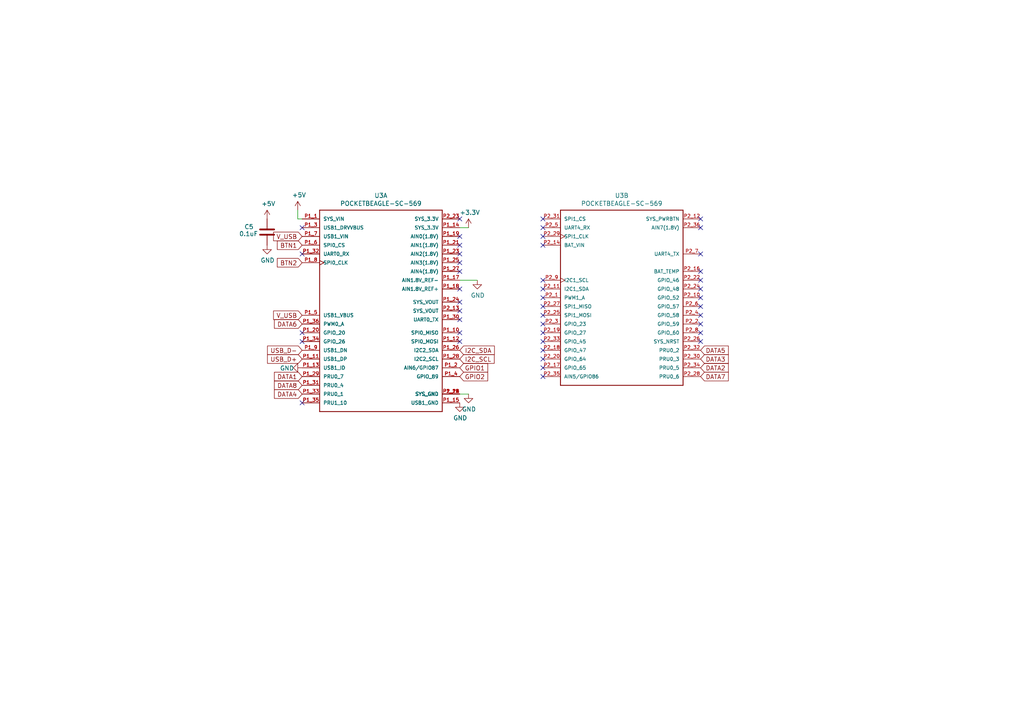
<source format=kicad_sch>
(kicad_sch (version 20230121) (generator eeschema)
  (paper "A4")
  (title_block (title "PB 8 DMX") (date "2023-09-24") (rev "v1") (company "Scott Hanson"))
  (lib_symbols
    (symbol "Device:C" (pin_numbers hide) (pin_names (offset 0.254))
      (property "Reference" "C" (at 0.635 2.54 0))
      (property "Value" "C" (at 0.635 -2.54 0))
      (symbol "C_0_1"
        (polyline (pts (xy -2.032 -0.762) (xy 2.032 -0.762)) (stroke (width 0.508)))
        (polyline (pts (xy -2.032 0.762) (xy 2.032 0.762)) (stroke (width 0.508)))
      )
      (symbol "C_1_1"
        (pin passive line (at 0 3.81 270) (length 2.794) (name "~") (number "1"))
        (pin passive line (at 0 -3.81 90) (length 2.794) (name "~") (number "2"))
      )
    )
    (symbol "POCKETBEAGLE-SC-569_1" (pin_names (offset 1.016))
      (property "Reference" "U1" (at 0 32.1818 0))
      (property "Value" "POCKETBEAGLE-SC-569_1" (at 0 29.8704 0))
      (symbol "POCKETBEAGLE-SC-569_1_1_0"
        (polyline (pts (xy -17.78 -30.48) (xy 17.78 -30.48)) (stroke (width 0.254)))
        (polyline (pts (xy -17.78 27.94) (xy -17.78 -30.48)) (stroke (width 0.254)))
        (polyline (pts (xy 17.78 -30.48) (xy 17.78 27.94)) (stroke (width 0.254)))
        (polyline (pts (xy 17.78 27.94) (xy -17.78 27.94)) (stroke (width 0.254)))
        (pin input line (at -22.86 25.4 0) (length 5.08) (name "SYS_VIN") (number "P1_1"))
        (pin bidirectional line (at 22.86 -7.62 180) (length 5.08) (name "SPI0_MISO") (number "P1_10"))
        (pin bidirectional line (at -22.86 -15.24 0) (length 5.08) (name "USB1_DP") (number "P1_11"))
        (pin bidirectional line (at 22.86 -10.16 180) (length 5.08) (name "SPI0_MOSI") (number "P1_12"))
        (pin bidirectional line (at -22.86 -17.78 0) (length 5.08) (name "USB1_ID") (number "P1_13"))
        (pin power_out line (at 22.86 22.86 180) (length 5.08) (name "SYS_3.3V") (number "P1_14"))
        (pin power_in line (at 22.86 -27.94 180) (length 5.08) (name "USB1_GND") (number "P1_15"))
        (pin power_in line (at 22.86 -25.4 180) (length 5.08) (name "SYS_GND") (number "P1_16"))
        (pin power_in line (at 22.86 7.62 180) (length 5.08) (name "AIN1.8V_REF-") (number "P1_17"))
        (pin power_in line (at 22.86 5.08 180) (length 5.08) (name "AIN1.8V_REF+") (number "P1_18"))
        (pin power_in line (at 22.86 20.32 180) (length 5.08) (name "AIN0(1.8V)") (number "P1_19"))
        (pin bidirectional line (at 22.86 -17.78 180) (length 5.08) (name "AIN6/GPIO87") (number "P1_2"))
        (pin bidirectional line (at -22.86 -7.62 0) (length 5.08) (name "GPIO_20") (number "P1_20"))
        (pin power_in line (at 22.86 17.78 180) (length 5.08) (name "AIN1(1.8V)") (number "P1_21"))
        (pin power_in line (at 22.86 -25.4 180) (length 5.08) (name "SYS_GND") (number "P1_22"))
        (pin power_in line (at 22.86 15.24 180) (length 5.08) (name "AIN2(1.8V)") (number "P1_23"))
        (pin output line (at 22.86 1.27 180) (length 5.08) (name "SYS_VOUT") (number "P1_24"))
        (pin power_in line (at 22.86 12.7 180) (length 5.08) (name "AIN3(1.8V)") (number "P1_25"))
        (pin bidirectional line (at 22.86 -12.7 180) (length 5.08) (name "I2C2_SDA") (number "P1_26"))
        (pin power_in line (at 22.86 10.16 180) (length 5.08) (name "AIN4(1.8V)") (number "P1_27"))
        (pin bidirectional line (at 22.86 -15.24 180) (length 5.08) (name "I2C2_SCL") (number "P1_28"))
        (pin bidirectional line (at -22.86 -20.32 0) (length 5.08) (name "PRU0_7") (number "P1_29"))
        (pin input line (at -22.86 22.86 0) (length 5.08) (name "USB1_DRVVBUS") (number "P1_3"))
        (pin output line (at 22.86 -3.81 180) (length 5.08) (name "UART0_TX") (number "P1_30"))
        (pin bidirectional line (at -22.86 -22.86 0) (length 5.08) (name "PRU0_4") (number "P1_31"))
        (pin input line (at -22.86 15.24 0) (length 5.08) (name "UART0_RX") (number "P1_32"))
        (pin bidirectional line (at -22.86 -25.4 0) (length 5.08) (name "PRU0_1") (number "P1_33"))
        (pin bidirectional line (at -22.86 -10.16 0) (length 5.08) (name "GPIO_26") (number "P1_34"))
        (pin bidirectional line (at -22.86 -27.94 0) (length 5.08) (name "PRU1_10") (number "P1_35"))
        (pin bidirectional line (at -22.86 -5.08 0) (length 5.08) (name "PWM0_A") (number "P1_36"))
        (pin bidirectional line (at 22.86 -20.32 180) (length 5.08) (name "GPIO_89") (number "P1_4"))
        (pin bidirectional line (at -22.86 -2.54 0) (length 5.08) (name "USB1_VBUS") (number "P1_5"))
        (pin input line (at -22.86 17.78 0) (length 5.08) (name "SPI0_CS") (number "P1_6"))
        (pin input line (at -22.86 20.32 0) (length 5.08) (name "USB1_VIN") (number "P1_7"))
        (pin input clock (at -22.86 12.7 0) (length 5.08) (name "SPI0_CLK") (number "P1_8"))
        (pin bidirectional line (at -22.86 -12.7 0) (length 5.08) (name "USB1_DN") (number "P1_9"))
        (pin output line (at 22.86 -1.27 180) (length 5.08) (name "SYS_VOUT") (number "P2_13"))
        (pin power_in line (at 22.86 -25.4 180) (length 5.08) (name "SYS_GND") (number "P2_15"))
        (pin power_in line (at 22.86 -25.4 180) (length 5.08) (name "SYS_GND") (number "P2_21"))
        (pin power_out line (at 22.86 25.4 180) (length 5.08) (name "SYS_3.3V") (number "P2_23"))
      )
      (symbol "POCKETBEAGLE-SC-569_1_2_0"
        (polyline (pts (xy -17.78 -25.4) (xy 17.78 -25.4)) (stroke (width 0.254)))
        (polyline (pts (xy -17.78 25.4) (xy -17.78 -25.4)) (stroke (width 0.254)))
        (polyline (pts (xy 17.78 -25.4) (xy 17.78 25.4)) (stroke (width 0.254)))
        (polyline (pts (xy 17.78 25.4) (xy -17.78 25.4)) (stroke (width 0.254)))
        (pin bidirectional line (at -22.86 0 0) (length 5.08) (name "PWM1_A") (number "P2_1"))
        (pin bidirectional line (at 22.86 0 180) (length 5.08) (name "GPIO_52") (number "P2_10"))
        (pin bidirectional line (at -22.86 2.54 0) (length 5.08) (name "I2C1_SDA") (number "P2_11"))
        (pin power_in line (at 22.86 22.86 180) (length 5.08) (name "SYS_PWRBTN") (number "P2_12"))
        (pin input line (at -22.86 15.24 0) (length 5.08) (name "BAT_VIN") (number "P2_14"))
        (pin bidirectional line (at 22.86 7.62 180) (length 5.08) (name "BAT_TEMP") (number "P2_16"))
        (pin bidirectional line (at -22.86 -20.32 0) (length 5.08) (name "GPIO_65") (number "P2_17"))
        (pin bidirectional line (at -22.86 -15.24 0) (length 5.08) (name "GPIO_47") (number "P2_18"))
        (pin bidirectional line (at -22.86 -10.16 0) (length 5.08) (name "GPIO_27") (number "P2_19"))
        (pin bidirectional line (at 22.86 -7.62 180) (length 5.08) (name "GPIO_59") (number "P2_2"))
        (pin bidirectional line (at -22.86 -17.78 0) (length 5.08) (name "GPIO_64") (number "P2_20"))
        (pin bidirectional line (at 22.86 5.08 180) (length 5.08) (name "GPIO_46") (number "P2_22"))
        (pin bidirectional line (at 22.86 2.54 180) (length 5.08) (name "GPIO_48") (number "P2_24"))
        (pin bidirectional line (at -22.86 -5.08 0) (length 5.08) (name "SPI1_MOSI") (number "P2_25"))
        (pin bidirectional line (at 22.86 -12.7 180) (length 5.08) (name "SYS_NRST") (number "P2_26"))
        (pin bidirectional line (at -22.86 -2.54 0) (length 5.08) (name "SPI1_MISO") (number "P2_27"))
        (pin bidirectional line (at 22.86 -22.86 180) (length 5.08) (name "PRU0_6") (number "P2_28"))
        (pin input clock (at -22.86 17.78 0) (length 5.08) (name "SPI1_CLK") (number "P2_29"))
        (pin bidirectional line (at -22.86 -7.62 0) (length 5.08) (name "GPIO_23") (number "P2_3"))
        (pin bidirectional line (at 22.86 -17.78 180) (length 5.08) (name "PRU0_3") (number "P2_30"))
        (pin input line (at -22.86 22.86 0) (length 5.08) (name "SPI1_CS") (number "P2_31"))
        (pin bidirectional line (at 22.86 -15.24 180) (length 5.08) (name "PRU0_2") (number "P2_32"))
        (pin bidirectional line (at -22.86 -12.7 0) (length 5.08) (name "GPIO_45") (number "P2_33"))
        (pin bidirectional line (at 22.86 -20.32 180) (length 5.08) (name "PRU0_5") (number "P2_34"))
        (pin bidirectional line (at -22.86 -22.86 0) (length 5.08) (name "AIN5/GPIO86") (number "P2_35"))
        (pin power_in line (at 22.86 20.32 180) (length 5.08) (name "AIN7(1.8V)") (number "P2_36"))
        (pin bidirectional line (at 22.86 -5.08 180) (length 5.08) (name "GPIO_58") (number "P2_4"))
        (pin input line (at -22.86 20.32 0) (length 5.08) (name "UART4_RX") (number "P2_5"))
        (pin bidirectional line (at 22.86 -2.54 180) (length 5.08) (name "GPIO_57") (number "P2_6"))
        (pin output line (at 22.86 12.7 180) (length 5.08) (name "UART4_TX") (number "P2_7"))
        (pin bidirectional line (at 22.86 -10.16 180) (length 5.08) (name "GPIO_60") (number "P2_8"))
        (pin bidirectional clock (at -22.86 5.08 0) (length 5.08) (name "I2C1_SCL") (number "P2_9"))
      )
    )
    (symbol "POCKETBEAGLE:POCKETBEAGLE-SC-569" (pin_names (offset 1.016))
      (property "Reference" "U" (at -17.78 28.4734 0))
      (property "Value" "POCKETBEAGLE_POCKETBEAGLE-SC-569" (at -17.8054 -33.0454 0))
      (symbol "POCKETBEAGLE-SC-569_1_0"
        (polyline (pts (xy -17.78 -30.48) (xy 17.78 -30.48)) (stroke (width 0.254)))
        (polyline (pts (xy -17.78 27.94) (xy -17.78 -30.48)) (stroke (width 0.254)))
        (polyline (pts (xy 17.78 -30.48) (xy 17.78 27.94)) (stroke (width 0.254)))
        (polyline (pts (xy 17.78 27.94) (xy -17.78 27.94)) (stroke (width 0.254)))
        (pin input line (at -22.86 25.4 0) (length 5.08) (name "SYS_VIN") (number "P1_1"))
        (pin bidirectional line (at 22.86 -7.62 180) (length 5.08) (name "SPI0_MISO") (number "P1_10"))
        (pin bidirectional line (at -22.86 -15.24 0) (length 5.08) (name "USB1_DP") (number "P1_11"))
        (pin bidirectional line (at 22.86 -10.16 180) (length 5.08) (name "SPI0_MOSI") (number "P1_12"))
        (pin bidirectional line (at -22.86 -17.78 0) (length 5.08) (name "USB1_ID") (number "P1_13"))
        (pin power_in line (at 22.86 22.86 180) (length 5.08) (name "SYS_3.3V") (number "P1_14"))
        (pin power_in line (at 22.86 -27.94 180) (length 5.08) (name "USB1_GND") (number "P1_15"))
        (pin power_in line (at 22.86 -25.4 180) (length 5.08) (name "SYS_GND") (number "P1_16"))
        (pin power_in line (at 22.86 7.62 180) (length 5.08) (name "AIN1.8V_REF-") (number "P1_17"))
        (pin power_in line (at 22.86 5.08 180) (length 5.08) (name "AIN1.8V_REF+") (number "P1_18"))
        (pin power_in line (at 22.86 20.32 180) (length 5.08) (name "AIN0(1.8V)") (number "P1_19"))
        (pin bidirectional line (at 22.86 -17.78 180) (length 5.08) (name "AIN6/GPIO87") (number "P1_2"))
        (pin bidirectional line (at -22.86 -7.62 0) (length 5.08) (name "GPIO_20") (number "P1_20"))
        (pin power_in line (at 22.86 17.78 180) (length 5.08) (name "AIN1(1.8V)") (number "P1_21"))
        (pin power_in line (at 22.86 -25.4 180) (length 5.08) (name "SYS_GND") (number "P1_22"))
        (pin power_in line (at 22.86 15.24 180) (length 5.08) (name "AIN2(1.8V)") (number "P1_23"))
        (pin output line (at 22.86 1.27 180) (length 5.08) (name "SYS_VOUT") (number "P1_24"))
        (pin power_in line (at 22.86 12.7 180) (length 5.08) (name "AIN3(1.8V)") (number "P1_25"))
        (pin bidirectional line (at 22.86 -12.7 180) (length 5.08) (name "I2C2_SDA") (number "P1_26"))
        (pin power_in line (at 22.86 10.16 180) (length 5.08) (name "AIN4(1.8V)") (number "P1_27"))
        (pin bidirectional line (at 22.86 -15.24 180) (length 5.08) (name "I2C2_SCL") (number "P1_28"))
        (pin bidirectional line (at -22.86 -20.32 0) (length 5.08) (name "PRU0_7") (number "P1_29"))
        (pin input line (at -22.86 22.86 0) (length 5.08) (name "USB1_DRVVBUS") (number "P1_3"))
        (pin output line (at 22.86 -3.81 180) (length 5.08) (name "UART0_TX") (number "P1_30"))
        (pin bidirectional line (at -22.86 -22.86 0) (length 5.08) (name "PRU0_4") (number "P1_31"))
        (pin input line (at -22.86 15.24 0) (length 5.08) (name "UART0_RX") (number "P1_32"))
        (pin bidirectional line (at -22.86 -25.4 0) (length 5.08) (name "PRU0_1") (number "P1_33"))
        (pin bidirectional line (at -22.86 -10.16 0) (length 5.08) (name "GPIO_26") (number "P1_34"))
        (pin bidirectional line (at -22.86 -27.94 0) (length 5.08) (name "PRU1_10") (number "P1_35"))
        (pin bidirectional line (at -22.86 -5.08 0) (length 5.08) (name "PWM0_A") (number "P1_36"))
        (pin bidirectional line (at 22.86 -20.32 180) (length 5.08) (name "GPIO_89") (number "P1_4"))
        (pin bidirectional line (at -22.86 -2.54 0) (length 5.08) (name "USB1_VBUS") (number "P1_5"))
        (pin input line (at -22.86 17.78 0) (length 5.08) (name "SPI0_CS") (number "P1_6"))
        (pin input line (at -22.86 20.32 0) (length 5.08) (name "USB1_VIN") (number "P1_7"))
        (pin input clock (at -22.86 12.7 0) (length 5.08) (name "SPI0_CLK") (number "P1_8"))
        (pin bidirectional line (at -22.86 -12.7 0) (length 5.08) (name "USB1_DN") (number "P1_9"))
        (pin output line (at 22.86 -1.27 180) (length 5.08) (name "SYS_VOUT") (number "P2_13"))
        (pin power_in line (at 22.86 -25.4 180) (length 5.08) (name "SYS_GND") (number "P2_15"))
        (pin power_in line (at 22.86 -25.4 180) (length 5.08) (name "SYS_GND") (number "P2_21"))
        (pin power_in line (at 22.86 25.4 180) (length 5.08) (name "SYS_3.3V") (number "P2_23"))
      )
      (symbol "POCKETBEAGLE-SC-569_2_0"
        (polyline (pts (xy -17.78 -25.4) (xy 17.78 -25.4)) (stroke (width 0.254)))
        (polyline (pts (xy -17.78 25.4) (xy -17.78 -25.4)) (stroke (width 0.254)))
        (polyline (pts (xy 17.78 -25.4) (xy 17.78 25.4)) (stroke (width 0.254)))
        (polyline (pts (xy 17.78 25.4) (xy -17.78 25.4)) (stroke (width 0.254)))
        (pin bidirectional line (at -22.86 0 0) (length 5.08) (name "PWM1_A") (number "P2_1"))
        (pin bidirectional line (at 22.86 0 180) (length 5.08) (name "GPIO_52") (number "P2_10"))
        (pin bidirectional line (at -22.86 2.54 0) (length 5.08) (name "I2C1_SDA") (number "P2_11"))
        (pin power_in line (at 22.86 22.86 180) (length 5.08) (name "SYS_PWRBTN") (number "P2_12"))
        (pin input line (at -22.86 15.24 0) (length 5.08) (name "BAT_VIN") (number "P2_14"))
        (pin bidirectional line (at 22.86 7.62 180) (length 5.08) (name "BAT_TEMP") (number "P2_16"))
        (pin bidirectional line (at -22.86 -20.32 0) (length 5.08) (name "GPIO_65") (number "P2_17"))
        (pin bidirectional line (at -22.86 -15.24 0) (length 5.08) (name "GPIO_47") (number "P2_18"))
        (pin bidirectional line (at -22.86 -10.16 0) (length 5.08) (name "GPIO_27") (number "P2_19"))
        (pin bidirectional line (at 22.86 -7.62 180) (length 5.08) (name "GPIO_59") (number "P2_2"))
        (pin bidirectional line (at -22.86 -17.78 0) (length 5.08) (name "GPIO_64") (number "P2_20"))
        (pin bidirectional line (at 22.86 5.08 180) (length 5.08) (name "GPIO_46") (number "P2_22"))
        (pin bidirectional line (at 22.86 2.54 180) (length 5.08) (name "GPIO_48") (number "P2_24"))
        (pin bidirectional line (at -22.86 -5.08 0) (length 5.08) (name "SPI1_MOSI") (number "P2_25"))
        (pin bidirectional line (at 22.86 -12.7 180) (length 5.08) (name "SYS_NRST") (number "P2_26"))
        (pin bidirectional line (at -22.86 -2.54 0) (length 5.08) (name "SPI1_MISO") (number "P2_27"))
        (pin bidirectional line (at 22.86 -22.86 180) (length 5.08) (name "PRU0_6") (number "P2_28"))
        (pin input clock (at -22.86 17.78 0) (length 5.08) (name "SPI1_CLK") (number "P2_29"))
        (pin bidirectional line (at -22.86 -7.62 0) (length 5.08) (name "GPIO_23") (number "P2_3"))
        (pin bidirectional line (at 22.86 -17.78 180) (length 5.08) (name "PRU0_3") (number "P2_30"))
        (pin input line (at -22.86 22.86 0) (length 5.08) (name "SPI1_CS") (number "P2_31"))
        (pin bidirectional line (at 22.86 -15.24 180) (length 5.08) (name "PRU0_2") (number "P2_32"))
        (pin bidirectional line (at -22.86 -12.7 0) (length 5.08) (name "GPIO_45") (number "P2_33"))
        (pin bidirectional line (at 22.86 -20.32 180) (length 5.08) (name "PRU0_5") (number "P2_34"))
        (pin bidirectional line (at -22.86 -22.86 0) (length 5.08) (name "AIN5/GPIO86") (number "P2_35"))
        (pin power_in line (at 22.86 20.32 180) (length 5.08) (name "AIN7(1.8V)") (number "P2_36"))
        (pin bidirectional line (at 22.86 -5.08 180) (length 5.08) (name "GPIO_58") (number "P2_4"))
        (pin input line (at -22.86 20.32 0) (length 5.08) (name "UART4_RX") (number "P2_5"))
        (pin bidirectional line (at 22.86 -2.54 180) (length 5.08) (name "GPIO_57") (number "P2_6"))
        (pin output line (at 22.86 12.7 180) (length 5.08) (name "UART4_TX") (number "P2_7"))
        (pin bidirectional line (at 22.86 -10.16 180) (length 5.08) (name "GPIO_60") (number "P2_8"))
        (pin bidirectional clock (at -22.86 5.08 0) (length 5.08) (name "I2C1_SCL") (number "P2_9"))
      )
    )
    (symbol "power:+3.3V" (power) (pin_names (offset 0))
      (property "Value" "+3.3V" (at 0 3.556 0))
      (symbol "+3.3V_0_1"
        (polyline (pts (xy -0.762 1.27) (xy 0 2.54)))
        (polyline (pts (xy 0 0) (xy 0 2.54)))
        (polyline (pts (xy 0 2.54) (xy 0.762 1.27)))
      )
      (symbol "+3.3V_1_1"
        (pin power_in line (at 0 0 90) (length 0) hide (name "+3.3V") (number "1"))
      )
    )
    (symbol "power:+5V" (power) (pin_names (offset 0))
      (property "Value" "+5V" (at 0 3.556 0))
      (symbol "+5V_0_1"
        (polyline (pts (xy -0.762 1.27) (xy 0 2.54)))
        (polyline (pts (xy 0 0) (xy 0 2.54)))
        (polyline (pts (xy 0 2.54) (xy 0.762 1.27)))
      )
      (symbol "+5V_1_1"
        (pin power_in line (at 0 0 90) (length 0) hide (name "+5V") (number "1"))
      )
    )
    (symbol "power:GND" (power) (pin_names (offset 0))
      (property "Value" "GND" (at 0 -3.81 0))
      (symbol "GND_0_1"
        (polyline (pts (xy 0 0) (xy 0 -1.27) (xy 1.27 -1.27) (xy 0 -2.54) (xy -1.27 -1.27) (xy 0 -1.27)))
      )
      (symbol "GND_1_1"
        (pin power_in line (at 0 0 270) (length 0) hide (name "GND") (number "1"))
      )
    )
  )
  (no_connect (at 157.48 63.5))
  (no_connect (at 133.35 78.74))
  (no_connect (at 203.2 88.9))
  (no_connect (at 157.48 93.98))
  (no_connect (at 157.48 86.36))
  (no_connect (at 133.35 92.71))
  (no_connect (at 157.48 99.06))
  (no_connect (at 87.63 66.04))
  (no_connect (at 203.2 66.04))
  (no_connect (at 157.48 66.04))
  (no_connect (at 157.48 83.82))
  (no_connect (at 157.48 81.28))
  (no_connect (at 157.48 71.12))
  (no_connect (at 203.2 91.44))
  (no_connect (at 157.48 96.52))
  (no_connect (at 133.35 99.06))
  (no_connect (at 133.35 71.12))
  (no_connect (at 203.2 86.36))
  (no_connect (at 87.63 99.06))
  (no_connect (at 203.2 73.66))
  (no_connect (at 203.2 83.82))
  (no_connect (at 133.35 68.58))
  (no_connect (at 157.48 91.44))
  (no_connect (at 133.35 76.2))
  (no_connect (at 133.35 87.63))
  (no_connect (at 203.2 93.98))
  (no_connect (at 203.2 63.5))
  (no_connect (at 87.63 116.84))
  (no_connect (at 203.2 96.52))
  (no_connect (at 203.2 78.74))
  (no_connect (at 157.48 106.68))
  (no_connect (at 133.35 63.5))
  (no_connect (at 157.48 101.6))
  (no_connect (at 157.48 104.14))
  (no_connect (at 203.2 81.28))
  (no_connect (at 133.35 96.52))
  (no_connect (at 157.48 68.58))
  (no_connect (at 157.48 109.22))
  (no_connect (at 133.35 73.66))
  (no_connect (at 87.63 73.66))
  (no_connect (at 87.63 96.52))
  (no_connect (at 203.2 99.06))
  (no_connect (at 157.48 88.9))
  (no_connect (at 133.35 83.82))
  (no_connect (at 133.35 90.17))
  (wire (pts (xy 135.89 66.04) (xy 133.35 66.04)))
  (wire (pts (xy 86.36 63.5) (xy 86.36 60.96)))
  (wire (pts (xy 87.63 63.5) (xy 86.36 63.5)))
  (wire (pts (xy 133.35 114.3) (xy 135.89 114.3)))
  (wire (pts (xy 133.35 81.28) (xy 138.43 81.28)))
  (global_label "DATA3" (shape input) (at 203.2 104.14 0) (property "Intersheetrefs" "${INTERSHEET_REFS}" (effects hide)))
  (global_label "DATA2" (shape input) (at 203.2 106.68 0) (property "Intersheetrefs" "${INTERSHEET_REFS}" (effects hide)))
  (global_label "I2C_SDA" (shape input) (at 133.35 101.6 0) (property "Intersheetrefs" "${INTERSHEET_REFS}" (effects hide)))
  (global_label "DATA5" (shape input) (at 203.2 101.6 0) (property "Intersheetrefs" "${INTERSHEET_REFS}" (effects hide)))
  (global_label "V_USB" (shape input) (at 87.63 91.44 180) (property "Intersheetrefs" "${INTERSHEET_REFS}" (effects hide)))
  (global_label "USB_D-" (shape input) (at 87.63 101.6 180) (property "Intersheetrefs" "${INTERSHEET_REFS}" (effects hide)))
  (global_label "DATA7" (shape input) (at 203.2 109.22 0) (property "Intersheetrefs" "${INTERSHEET_REFS}" (effects hide)))
  (global_label "I2C_SCL" (shape input) (at 133.35 104.14 0) (property "Intersheetrefs" "${INTERSHEET_REFS}" (effects hide)))
  (global_label "V_USB" (shape input) (at 87.63 68.58 180) (property "Intersheetrefs" "${INTERSHEET_REFS}" (effects hide)))
  (global_label "DATA6" (shape input) (at 87.63 93.98 180) (property "Intersheetrefs" "${INTERSHEET_REFS}" (effects hide)))
  (global_label "BTN2" (shape input) (at 87.63 76.2 180) (property "Intersheetrefs" "${INTERSHEET_REFS}" (effects hide)))
  (global_label "DATA1" (shape input) (at 87.63 109.22 180) (property "Intersheetrefs" "${INTERSHEET_REFS}" (effects hide)))
  (global_label "GPIO1" (shape input) (at 133.35 106.68 0) (property "Intersheetrefs" "${INTERSHEET_REFS}" (effects hide)))
  (global_label "DATA8" (shape input) (at 87.63 111.76 180) (property "Intersheetrefs" "${INTERSHEET_REFS}" (effects hide)))
  (global_label "DATA4" (shape input) (at 87.63 114.3 180) (property "Intersheetrefs" "${INTERSHEET_REFS}" (effects hide)))
  (global_label "BTN1" (shape input) (at 87.63 71.12 180) (property "Intersheetrefs" "${INTERSHEET_REFS}" (effects hide)))
  (global_label "GPIO2" (shape input) (at 133.35 109.22 0) (property "Intersheetrefs" "${INTERSHEET_REFS}" (effects hide)))
  (global_label "USB_D+" (shape input) (at 87.63 104.14 180) (property "Intersheetrefs" "${INTERSHEET_REFS}" (effects hide)))
  (symbol (lib_name "POCKETBEAGLE-SC-569_1") (lib_id "POCKETBEAGLE:POCKETBEAGLE-SC-569") (at 110.49 88.9 0) (unit 1)
    (property "Reference" "U3" (at 110.49 56.7182 0))
    (property "Value" "POCKETBEAGLE-SC-569" (at 110.49 59.0296 0))
    (property "Footprint" "POCKETBEAGLE:BEAGLE_POCKETBEAGLE-SC-569" (effects hide))
    (property "Field4" "https://www.digikey.com/product-detail/en/ghi-electronics-llc/POCKETBEAGLE-SC-569/POCKETBEAGLE-SC-569-ND/7603326?utm_source=snapeda&utm_medium=aggregator&utm_campaign=symbol" (effects hide))
    (property "Field5" "POCKETBEAGLE-SC-569" (effects hide))
    (property "Field6" "None" (effects hide))
    (property "Field7" "POCKETBEAGLE-SC-569-ND" (effects hide))
    (property "Field8" "GHI Electronics," (effects hide))
    (property "Digi-Key_PN" "POCKETBEAGLE-SC-569-ND" (effects hide))
    (property "MPN" "POCKETBEAGLE-SC-569" (effects hide))
  )
  (symbol (lib_id "POCKETBEAGLE:POCKETBEAGLE-SC-569") (at 180.34 86.36 0) (unit 2)
    (property "Reference" "U3" (at 180.34 56.7182 0))
    (property "Value" "POCKETBEAGLE-SC-569" (at 180.34 59.0296 0))
    (property "Footprint" "POCKETBEAGLE:BEAGLE_POCKETBEAGLE-SC-569" (effects hide))
    (property "Field4" "https://www.digikey.com/product-detail/en/ghi-electronics-llc/POCKETBEAGLE-SC-569/POCKETBEAGLE-SC-569-ND/7603326?utm_source=snapeda&utm_medium=aggregator&utm_campaign=symbol" (effects hide))
    (property "Field5" "POCKETBEAGLE-SC-569" (effects hide))
    (property "Field6" "None" (effects hide))
    (property "Field7" "POCKETBEAGLE-SC-569-ND" (effects hide))
    (property "Field8" "GHI Electronics," (effects hide))
    (property "Digi-Key_PN" "POCKETBEAGLE-SC-569-ND" (effects hide))
    (property "MPN" "POCKETBEAGLE-SC-569" (effects hide))
  )
  (symbol (lib_id "power:GND") (at 138.43 81.28 0) (unit 1)
    (property "Reference" "#PWR039" (effects hide))
    (property "Value" "GND" (at 138.557 85.6742 0))
  )
  (symbol (lib_id "Device:C") (at 77.47 67.31 0) (unit 1)
    (property "Reference" "C5" (at 70.866 65.786 0) (effects (justify left)))
    (property "Value" "0.1uF" (at 69.342 67.818 0) (effects (justify left)))
    (property "Footprint" "Capacitor_THT:C_Rect_L7.0mm_W2.0mm_P5.00mm" (effects hide))
    (property "Digi-Key_PN" "478-7336-1-ND" (effects hide))
    (property "MPN" "SR215C104KARTR1" (effects hide))
  )
  (symbol (lib_id "power:GND") (at 77.47 71.12 0) (unit 1)
    (property "Reference" "#PWR033" (effects hide))
    (property "Value" "GND" (at 77.597 75.5142 0))
  )
  (symbol (lib_id "power:+5V") (at 86.36 60.96 0) (unit 1)
    (property "Reference" "#PWR034" (effects hide))
    (property "Value" "+5V" (at 86.741 56.5658 0))
  )
  (symbol (lib_id "power:GND") (at 133.35 116.84 0) (unit 1)
    (property "Reference" "#PWR036" (effects hide))
    (property "Value" "GND" (at 133.477 121.2342 0))
  )
  (symbol (lib_id "power:GND") (at 87.63 106.68 270) (unit 1)
    (property "Reference" "#PWR035" (effects hide))
    (property "Value" "GND" (at 83.2358 106.807 90))
  )
  (symbol (lib_id "power:GND") (at 135.89 114.3 0) (unit 1)
    (property "Reference" "#PWR038" (effects hide))
    (property "Value" "GND" (at 136.017 118.6942 0))
  )
  (symbol (lib_id "power:+3.3V") (at 135.89 66.04 0) (unit 1)
    (property "Reference" "#PWR037" (effects hide))
    (property "Value" "+3.3V" (at 136.271 61.6458 0))
  )
  (symbol (lib_id "power:+5V") (at 77.47 63.5 0) (unit 1)
    (property "Reference" "#PWR032" (effects hide))
    (property "Value" "+5V" (at 77.851 59.1058 0))
  )
)
</source>
